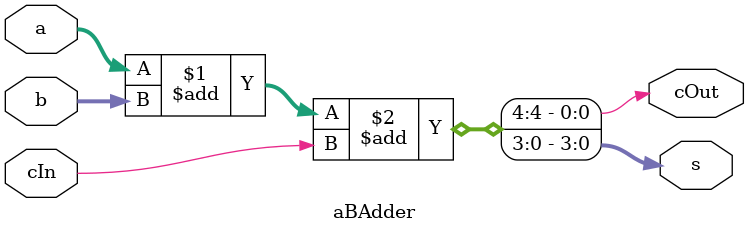
<source format=sv>
module aBAdder #(parameter N = 4)
						(input logic [N-1:0] a, b,
						input logic 			cIn,
						output logic [N-1:0] s,
						output logic 			cOut);
						
	assign {cOut, s} = a + b + cIn;
endmodule
</source>
